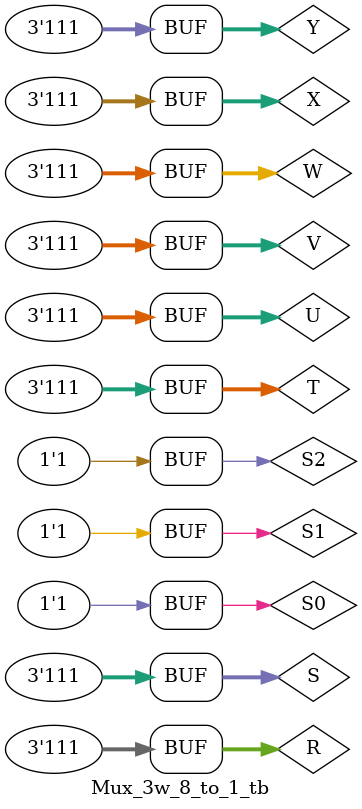
<source format=sv>
module Mux_3w_8_to_1(R, S, T, U, V, W, X, Y, M, S0, S1, S2);
	input S0, S1, S2;							// select bits
	input [15:0] R, S, T, U, V, W, X, Y;		// 16 bit inputs
	output [15:0] M;							// 16 bit output
	
	//instantiating three 8 to 1 muxes to create a 3 bit wide 8 to 1 mux
	Mux_8_to_1 U1(R[0], S[0], T[0],U[0], V[0], W[0], X[0], Y[0], M[0], S0, S1, S2);
	Mux_8_to_1 U2(R[1], S[1], T[1],U[1], V[1], W[1], X[1], Y[1], M[1], S0, S1, S2);
	Mux_8_to_1 U3(R[2], S[2], T[2],U[2], V[2], W[2], X[2], Y[2], M[2], S0, S1, S2);
	
endmodule

    
module Mux_3w_8_to_1_tb; //testbench to check te 8 to 1 3 wide mux
		 logic [2:0] R, S, T, U, V, W, X, Y, M;
		 logic S0, S1, S2;
		 
		 Mux_3w_8_to_1 U4(R, S, T, U, V, W, X, Y, M, S0, S1, S2); //instantiating the mux
		 

		 initial begin
			R = 3'b010; S = 3'b100; T = 3'b101; U = 3'b011; V = 3'b111; W = 3'b000; X = 3'b001; Y = 3'b110; S2 = 0; S1 = 0; S0 = 0; #10; //test to see if correct output is
																																			S2 = 0; S1 = 0; S0 = 1; #10; //selected when select bits are switched
																																			S2 = 0; S1 = 1; S0 = 0; #10;
																																			S2 = 0; S1 = 1; S0 = 1; #10;
																																			S2 = 1; S1 = 0; S0 = 0; #10;
																																			S2 = 1; S1 = 0; S0 = 1; #10;
																																			S2 = 1; S1 = 1; S0 = 0; #10;
																																			S2 = 1; S1 = 1; S0 = 1; #10;
																							
			R = 3'b000; S = 3'b000; T = 3'b000; U = 3'b000; V = 3'b000; W = 3'b000; X = 3'b000; Y = 3'b000; S2 = 0; S1 = 0; S0 = 0; #10; //edge case with all inputs being 0
																																			S2 = 0; S1 = 0; S0 = 1; #10;
																																			S2 = 0; S1 = 1; S0 = 0; #10;
																																			S2 = 0; S1 = 1; S0 = 1; #10;
																																			S2 = 1; S1 = 0; S0 = 0; #10;
																																			S2 = 1; S1 = 0; S0 = 1; #10;
																																			S2 = 1; S1 = 1; S0 = 0; #10;
																																			S2 = 1; S1 = 1; S0 = 1; #10;
																																			
			R = 3'b111; S = 3'b111; T = 3'b111; U = 3'b111; V = 3'b111; W = 3'b111; X = 3'b111; Y = 3'b111; S2 = 0; S1 = 0; S0 = 0; #10; //edge case with all inputs being 1
																																			S2 = 0; S1 = 0; S0 = 1; #10;
																																			S2 = 0; S1 = 1; S0 = 0; #10;
																																			S2 = 0; S1 = 1; S0 = 1; #10;
																																			S2 = 1; S1 = 0; S0 = 0; #10;
																																			S2 = 1; S1 = 0; S0 = 1; #10;
																																			S2 = 1; S1 = 1; S0 = 0; #10;
																																			S2 = 1; S1 = 1; S0 = 1; #10;

			
		end
			
endmodule

</source>
